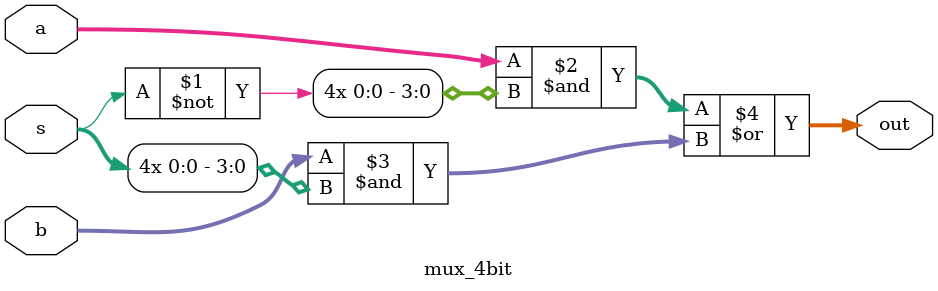
<source format=v>
`timescale 1ns / 1ps


module mux_4bit(
input [3:0] a, b,
input s,
output [3:0] out
);

assign out = (a & {4{~s}}) | (b & {4{s}});
endmodule

</source>
